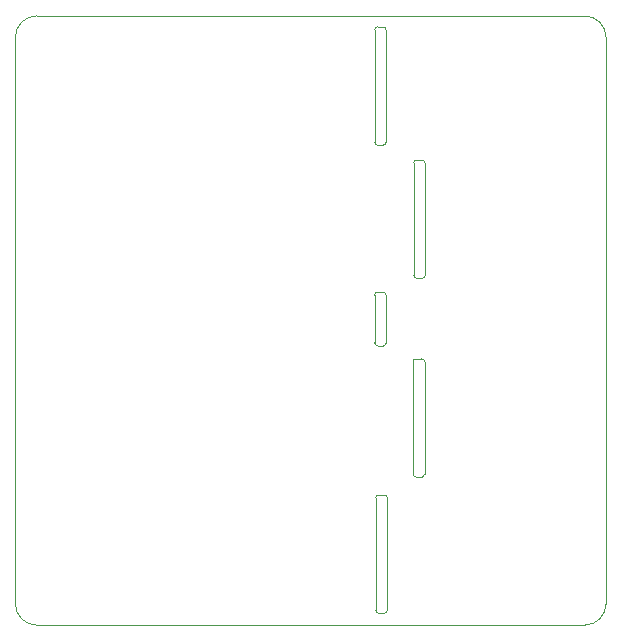
<source format=gbr>
%TF.GenerationSoftware,KiCad,Pcbnew,8.0.3*%
%TF.CreationDate,2024-06-13T16:05:25+05:30*%
%TF.ProjectId,OptoIsolation,4f70746f-4973-46f6-9c61-74696f6e2e6b,rev?*%
%TF.SameCoordinates,Original*%
%TF.FileFunction,Profile,NP*%
%FSLAX46Y46*%
G04 Gerber Fmt 4.6, Leading zero omitted, Abs format (unit mm)*
G04 Created by KiCad (PCBNEW 8.0.3) date 2024-06-13 16:05:25*
%MOMM*%
%LPD*%
G01*
G04 APERTURE LIST*
%TA.AperFunction,Profile*%
%ADD10C,0.050000*%
%TD*%
%TA.AperFunction,Profile*%
%ADD11C,0.100000*%
%TD*%
G04 APERTURE END LIST*
D10*
X195075000Y-81525000D02*
X195554999Y-81525001D01*
X192600000Y-109624998D02*
G75*
G02*
X192350000Y-109875000I-250000J-2D01*
G01*
X195804999Y-81275001D02*
X195804998Y-71775002D01*
X195504998Y-88350002D02*
X195024999Y-88350001D01*
X192600000Y-109624998D02*
X192600000Y-100125000D01*
X191520001Y-60498001D02*
G75*
G02*
X191770001Y-60248001I249999J1D01*
G01*
X195504998Y-88350002D02*
G75*
G02*
X195754998Y-88600002I2J-249998D01*
G01*
X192350000Y-99875000D02*
X191870001Y-99874999D01*
D11*
X211112200Y-61121598D02*
X211112200Y-109096400D01*
D10*
X195075000Y-81525000D02*
G75*
G02*
X194825000Y-81275000I0J250000D01*
G01*
X194825000Y-71775002D02*
G75*
G02*
X195075000Y-71525000I250000J2D01*
G01*
X194774999Y-88600001D02*
G75*
G02*
X195024999Y-88349999I250001J1D01*
G01*
D11*
X161110000Y-61110000D02*
G75*
G02*
X162910000Y-59310000I1800000J0D01*
G01*
D10*
X195804999Y-81275001D02*
G75*
G02*
X195554999Y-81524999I-249999J1D01*
G01*
X192245000Y-82700000D02*
X191765002Y-82700000D01*
X191770000Y-87225000D02*
X192249999Y-87225001D01*
X192249999Y-60248001D02*
X191770001Y-60248001D01*
X191770001Y-70247999D02*
X192250000Y-70248000D01*
X191770000Y-87225000D02*
G75*
G02*
X191520000Y-86975000I0J250000D01*
G01*
D11*
X209312200Y-110896400D02*
X162912198Y-110896400D01*
D10*
X195025000Y-98350000D02*
G75*
G02*
X194775000Y-98100000I0J250000D01*
G01*
D11*
X211112200Y-109096400D02*
G75*
G02*
X209312200Y-110896400I-1800000J0D01*
G01*
D10*
X192499999Y-86975001D02*
X192495000Y-82950000D01*
X192245000Y-82700000D02*
G75*
G02*
X192495000Y-82950000I0J-250000D01*
G01*
D11*
X161112198Y-109096400D02*
X161110000Y-61110000D01*
D10*
X191515002Y-82950000D02*
X191520000Y-86975000D01*
D11*
X162910000Y-59310000D02*
X209312200Y-59321598D01*
D10*
X191620001Y-100124999D02*
G75*
G02*
X191870001Y-99875001I249999J-1D01*
G01*
X194774999Y-88600001D02*
X194775000Y-98100000D01*
X195554998Y-71525002D02*
X195075000Y-71525002D01*
X192499999Y-86975001D02*
G75*
G02*
X192249999Y-87224999I-249999J1D01*
G01*
X192500000Y-69998000D02*
G75*
G02*
X192250000Y-70248000I-250000J0D01*
G01*
X191515002Y-82950000D02*
G75*
G02*
X191765002Y-82700002I249998J0D01*
G01*
X191870002Y-109874998D02*
X192350000Y-109874998D01*
X195025000Y-98350000D02*
X195504998Y-98350000D01*
X195554998Y-71525002D02*
G75*
G02*
X195804998Y-71775002I2J-249998D01*
G01*
X195754998Y-98100000D02*
G75*
G02*
X195504998Y-98349998I-249998J0D01*
G01*
X195754998Y-98100000D02*
X195754998Y-88600002D01*
X191620001Y-100124999D02*
X191620002Y-109624998D01*
D11*
X209312200Y-59321598D02*
G75*
G02*
X211112202Y-61121598I0J-1800002D01*
G01*
D10*
X192249999Y-60248001D02*
G75*
G02*
X192499999Y-60498001I1J-249999D01*
G01*
X192500000Y-69998000D02*
X192499999Y-60498001D01*
X194825000Y-71775002D02*
X194825000Y-81275000D01*
X192350000Y-99875000D02*
G75*
G02*
X192600000Y-100125000I0J-250000D01*
G01*
X191870002Y-109874998D02*
G75*
G02*
X191620002Y-109624998I-2J249998D01*
G01*
X191520001Y-60498001D02*
X191520001Y-69997999D01*
X191770001Y-70247999D02*
G75*
G02*
X191520001Y-69997999I-1J249999D01*
G01*
D11*
X162912198Y-110896400D02*
G75*
G02*
X161112200Y-109096400I2J1800000D01*
G01*
M02*

</source>
